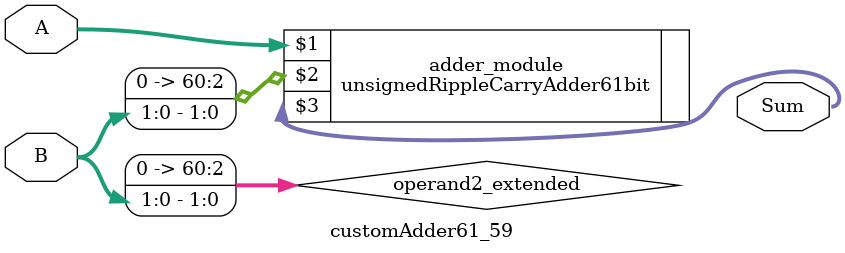
<source format=v>
module customAdder61_59(
                        input [60 : 0] A,
                        input [1 : 0] B,
                        
                        output [61 : 0] Sum
                );

        wire [60 : 0] operand2_extended;
        
        assign operand2_extended =  {59'b0, B};
        
        unsignedRippleCarryAdder61bit adder_module(
            A,
            operand2_extended,
            Sum
        );
        
        endmodule
        
</source>
